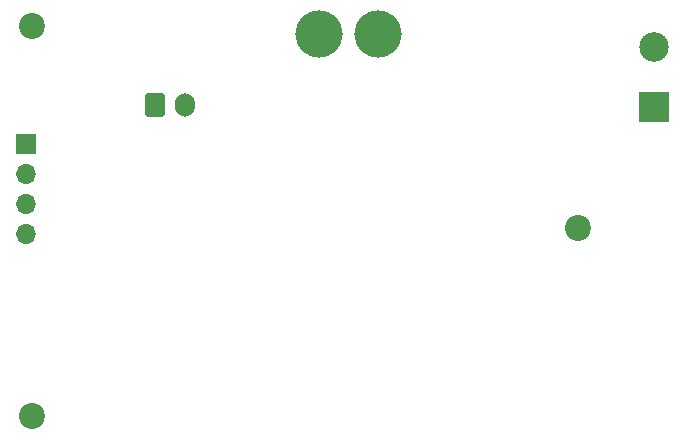
<source format=gbr>
%TF.GenerationSoftware,KiCad,Pcbnew,(6.0.2)*%
%TF.CreationDate,2022-05-23T20:35:18+03:00*%
%TF.ProjectId,The_Qi_wireless_charger_tx,5468655f-5169-45f7-9769-72656c657373,Rev 2*%
%TF.SameCoordinates,Original*%
%TF.FileFunction,Soldermask,Bot*%
%TF.FilePolarity,Negative*%
%FSLAX46Y46*%
G04 Gerber Fmt 4.6, Leading zero omitted, Abs format (unit mm)*
G04 Created by KiCad (PCBNEW (6.0.2)) date 2022-05-23 20:35:18*
%MOMM*%
%LPD*%
G01*
G04 APERTURE LIST*
G04 Aperture macros list*
%AMRoundRect*
0 Rectangle with rounded corners*
0 $1 Rounding radius*
0 $2 $3 $4 $5 $6 $7 $8 $9 X,Y pos of 4 corners*
0 Add a 4 corners polygon primitive as box body*
4,1,4,$2,$3,$4,$5,$6,$7,$8,$9,$2,$3,0*
0 Add four circle primitives for the rounded corners*
1,1,$1+$1,$2,$3*
1,1,$1+$1,$4,$5*
1,1,$1+$1,$6,$7*
1,1,$1+$1,$8,$9*
0 Add four rect primitives between the rounded corners*
20,1,$1+$1,$2,$3,$4,$5,0*
20,1,$1+$1,$4,$5,$6,$7,0*
20,1,$1+$1,$6,$7,$8,$9,0*
20,1,$1+$1,$8,$9,$2,$3,0*%
G04 Aperture macros list end*
%ADD10C,4.000000*%
%ADD11C,2.200000*%
%ADD12RoundRect,0.250000X-0.600000X-0.750000X0.600000X-0.750000X0.600000X0.750000X-0.600000X0.750000X0*%
%ADD13O,1.700000X2.000000*%
%ADD14R,1.700000X1.700000*%
%ADD15O,1.700000X1.700000*%
%ADD16C,2.500000*%
%ADD17R,2.500000X2.500000*%
G04 APERTURE END LIST*
D10*
%TO.C,L4*%
X55200000Y-124900000D03*
X50200000Y-124900000D03*
%TD*%
D11*
%TO.C,REF\u002A\u002A*%
X72100000Y-141300000D03*
%TD*%
%TO.C,REF\u002A\u002A*%
X25900000Y-157200000D03*
%TD*%
%TO.C,REF\u002A\u002A*%
X25900000Y-124200000D03*
%TD*%
D12*
%TO.C,J2*%
X36300000Y-130900000D03*
D13*
X38800000Y-130900000D03*
%TD*%
D14*
%TO.C,J3*%
X25400000Y-134200000D03*
D15*
X25400000Y-136740000D03*
X25400000Y-139280000D03*
X25400000Y-141820000D03*
%TD*%
D16*
%TO.C,J1*%
X78500000Y-125965000D03*
D17*
X78500000Y-131045000D03*
%TD*%
M02*

</source>
